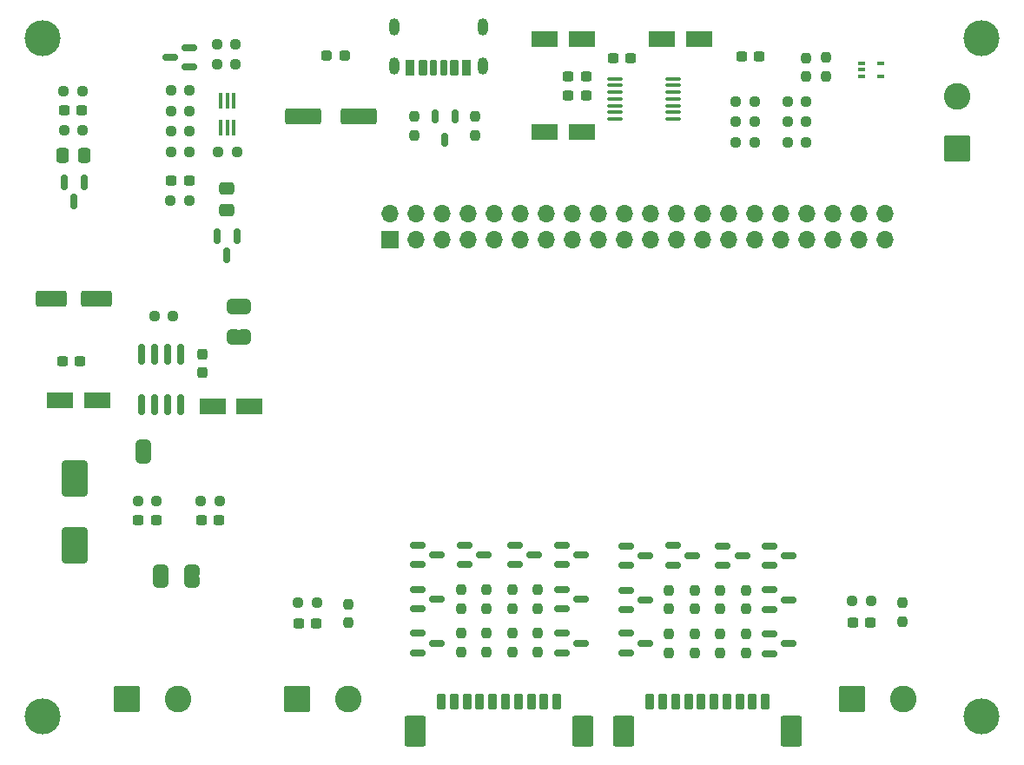
<source format=gbr>
%TF.GenerationSoftware,KiCad,Pcbnew,9.0.0*%
%TF.CreationDate,2025-03-09T23:13:35+01:00*%
%TF.ProjectId,hotline,686f746c-696e-4652-9e6b-696361645f70,rev?*%
%TF.SameCoordinates,Original*%
%TF.FileFunction,Soldermask,Top*%
%TF.FilePolarity,Negative*%
%FSLAX46Y46*%
G04 Gerber Fmt 4.6, Leading zero omitted, Abs format (unit mm)*
G04 Created by KiCad (PCBNEW 9.0.0) date 2025-03-09 23:13:35*
%MOMM*%
%LPD*%
G01*
G04 APERTURE LIST*
G04 Aperture macros list*
%AMRoundRect*
0 Rectangle with rounded corners*
0 $1 Rounding radius*
0 $2 $3 $4 $5 $6 $7 $8 $9 X,Y pos of 4 corners*
0 Add a 4 corners polygon primitive as box body*
4,1,4,$2,$3,$4,$5,$6,$7,$8,$9,$2,$3,0*
0 Add four circle primitives for the rounded corners*
1,1,$1+$1,$2,$3*
1,1,$1+$1,$4,$5*
1,1,$1+$1,$6,$7*
1,1,$1+$1,$8,$9*
0 Add four rect primitives between the rounded corners*
20,1,$1+$1,$2,$3,$4,$5,0*
20,1,$1+$1,$4,$5,$6,$7,0*
20,1,$1+$1,$6,$7,$8,$9,0*
20,1,$1+$1,$8,$9,$2,$3,0*%
%AMFreePoly0*
4,1,23,0.500000,-0.750000,0.000000,-0.750000,0.000000,-0.745722,-0.065263,-0.745722,-0.191342,-0.711940,-0.304381,-0.646677,-0.396677,-0.554381,-0.461940,-0.441342,-0.495722,-0.315263,-0.495722,-0.250000,-0.500000,-0.250000,-0.500000,0.250000,-0.495722,0.250000,-0.495722,0.315263,-0.461940,0.441342,-0.396677,0.554381,-0.304381,0.646677,-0.191342,0.711940,-0.065263,0.745722,0.000000,0.745722,
0.000000,0.750000,0.500000,0.750000,0.500000,-0.750000,0.500000,-0.750000,$1*%
%AMFreePoly1*
4,1,23,0.000000,0.745722,0.065263,0.745722,0.191342,0.711940,0.304381,0.646677,0.396677,0.554381,0.461940,0.441342,0.495722,0.315263,0.495722,0.250000,0.500000,0.250000,0.500000,-0.250000,0.495722,-0.250000,0.495722,-0.315263,0.461940,-0.441342,0.396677,-0.554381,0.304381,-0.646677,0.191342,-0.711940,0.065263,-0.745722,0.000000,-0.745722,0.000000,-0.750000,-0.500000,-0.750000,
-0.500000,0.750000,0.000000,0.750000,0.000000,0.745722,0.000000,0.745722,$1*%
G04 Aperture macros list end*
%ADD10RoundRect,0.237500X-0.237500X0.250000X-0.237500X-0.250000X0.237500X-0.250000X0.237500X0.250000X0*%
%ADD11RoundRect,0.237500X-0.250000X-0.237500X0.250000X-0.237500X0.250000X0.237500X-0.250000X0.237500X0*%
%ADD12C,3.500000*%
%ADD13RoundRect,0.175000X0.175000X0.625000X-0.175000X0.625000X-0.175000X-0.625000X0.175000X-0.625000X0*%
%ADD14RoundRect,0.200000X0.200000X0.600000X-0.200000X0.600000X-0.200000X-0.600000X0.200000X-0.600000X0*%
%ADD15RoundRect,0.225000X0.225000X0.575000X-0.225000X0.575000X-0.225000X-0.575000X0.225000X-0.575000X0*%
%ADD16O,1.000000X1.700000*%
%ADD17RoundRect,0.150000X-0.587500X-0.150000X0.587500X-0.150000X0.587500X0.150000X-0.587500X0.150000X0*%
%ADD18RoundRect,0.237500X0.300000X0.237500X-0.300000X0.237500X-0.300000X-0.237500X0.300000X-0.237500X0*%
%ADD19RoundRect,0.237500X0.237500X-0.300000X0.237500X0.300000X-0.237500X0.300000X-0.237500X-0.300000X0*%
%ADD20RoundRect,0.250000X1.050000X0.550000X-1.050000X0.550000X-1.050000X-0.550000X1.050000X-0.550000X0*%
%ADD21RoundRect,0.237500X0.237500X-0.250000X0.237500X0.250000X-0.237500X0.250000X-0.237500X-0.250000X0*%
%ADD22FreePoly0,270.000000*%
%ADD23FreePoly1,270.000000*%
%ADD24RoundRect,0.237500X-0.300000X-0.237500X0.300000X-0.237500X0.300000X0.237500X-0.300000X0.237500X0*%
%ADD25RoundRect,0.250000X-1.050000X-1.050000X1.050000X-1.050000X1.050000X1.050000X-1.050000X1.050000X0*%
%ADD26C,2.600000*%
%ADD27RoundRect,0.237500X0.250000X0.237500X-0.250000X0.237500X-0.250000X-0.237500X0.250000X-0.237500X0*%
%ADD28FreePoly0,0.000000*%
%ADD29FreePoly1,0.000000*%
%ADD30RoundRect,0.250000X1.250000X0.550000X-1.250000X0.550000X-1.250000X-0.550000X1.250000X-0.550000X0*%
%ADD31FreePoly0,90.000000*%
%ADD32FreePoly1,90.000000*%
%ADD33RoundRect,0.250000X-1.050000X-0.550000X1.050000X-0.550000X1.050000X0.550000X-1.050000X0.550000X0*%
%ADD34RoundRect,0.100000X-0.100000X0.650000X-0.100000X-0.650000X0.100000X-0.650000X0.100000X0.650000X0*%
%ADD35RoundRect,0.250000X1.500000X0.550000X-1.500000X0.550000X-1.500000X-0.550000X1.500000X-0.550000X0*%
%ADD36RoundRect,0.150000X-0.150000X0.587500X-0.150000X-0.587500X0.150000X-0.587500X0.150000X0.587500X0*%
%ADD37R,1.700000X1.700000*%
%ADD38O,1.700000X1.700000*%
%ADD39RoundRect,0.250000X-0.475000X0.337500X-0.475000X-0.337500X0.475000X-0.337500X0.475000X0.337500X0*%
%ADD40RoundRect,0.100000X-0.225000X-0.100000X0.225000X-0.100000X0.225000X0.100000X-0.225000X0.100000X0*%
%ADD41RoundRect,0.150000X-0.150000X0.512500X-0.150000X-0.512500X0.150000X-0.512500X0.150000X0.512500X0*%
%ADD42RoundRect,0.250000X0.337500X0.475000X-0.337500X0.475000X-0.337500X-0.475000X0.337500X-0.475000X0*%
%ADD43RoundRect,0.200000X-0.200000X-0.600000X0.200000X-0.600000X0.200000X0.600000X-0.200000X0.600000X0*%
%ADD44RoundRect,0.250001X-0.799999X-1.249999X0.799999X-1.249999X0.799999X1.249999X-0.799999X1.249999X0*%
%ADD45RoundRect,0.150000X0.150000X-0.825000X0.150000X0.825000X-0.150000X0.825000X-0.150000X-0.825000X0*%
%ADD46RoundRect,0.250000X1.050000X-1.050000X1.050000X1.050000X-1.050000X1.050000X-1.050000X-1.050000X0*%
%ADD47RoundRect,0.237500X0.287500X0.237500X-0.287500X0.237500X-0.287500X-0.237500X0.287500X-0.237500X0*%
%ADD48RoundRect,0.250000X-1.000000X1.500000X-1.000000X-1.500000X1.000000X-1.500000X1.000000X1.500000X0*%
%ADD49RoundRect,0.100000X-0.637500X-0.100000X0.637500X-0.100000X0.637500X0.100000X-0.637500X0.100000X0*%
%ADD50RoundRect,0.150000X0.587500X0.150000X-0.587500X0.150000X-0.587500X-0.150000X0.587500X-0.150000X0*%
G04 APERTURE END LIST*
%TO.C,JP4*%
G36*
X109550000Y-122000000D02*
G01*
X108050000Y-122000000D01*
X108050000Y-122300000D01*
X109550000Y-122300000D01*
X109550000Y-122000000D01*
G37*
%TO.C,JP2*%
G36*
X113250000Y-95100000D02*
G01*
X113550000Y-95100000D01*
X113550000Y-96600000D01*
X113250000Y-96600000D01*
X113250000Y-95100000D01*
G37*
%TO.C,JP3*%
G36*
X103350000Y-110150000D02*
G01*
X104850000Y-110150000D01*
X104850000Y-109850000D01*
X103350000Y-109850000D01*
X103350000Y-110150000D01*
G37*
%TO.C,JP5*%
G36*
X105050000Y-122300000D02*
G01*
X106550000Y-122300000D01*
X106550000Y-122000000D01*
X105050000Y-122000000D01*
X105050000Y-122300000D01*
G37*
%TO.C,JP1*%
G36*
X113250000Y-98100000D02*
G01*
X113550000Y-98100000D01*
X113550000Y-99600000D01*
X113250000Y-99600000D01*
X113250000Y-98100000D01*
G37*
%TD*%
D10*
%TO.C,R2*%
X136450000Y-77337500D03*
X136450000Y-79162500D03*
%TD*%
D11*
%TO.C,R6*%
X161875000Y-79850000D03*
X163700000Y-79850000D03*
%TD*%
D12*
%TO.C,H4*%
X185800000Y-135800000D03*
%TD*%
D13*
%TO.C,J1*%
X133350000Y-72540000D03*
D14*
X131330000Y-72540000D03*
D15*
X130100000Y-72540000D03*
D13*
X132350000Y-72540000D03*
D14*
X134370000Y-72540000D03*
D15*
X135600000Y-72540000D03*
D16*
X137170000Y-72360000D03*
X137170000Y-68560000D03*
X128530000Y-72360000D03*
X128530000Y-68560000D03*
%TD*%
D17*
%TO.C,Q13*%
X135412500Y-119125000D03*
X135412500Y-121025000D03*
X137287500Y-120075000D03*
%TD*%
D18*
%TO.C,C21*%
X98110000Y-76747500D03*
X96385000Y-76747500D03*
%TD*%
D19*
%TO.C,C16*%
X109880000Y-102262500D03*
X109880000Y-100537500D03*
%TD*%
D20*
%TO.C,C8*%
X146825000Y-78800000D03*
X143225000Y-78800000D03*
%TD*%
D21*
%TO.C,R35*%
X137550000Y-129537500D03*
X137550000Y-127712500D03*
%TD*%
D17*
%TO.C,Q1*%
X160600000Y-119175000D03*
X160600000Y-121075000D03*
X162475000Y-120125000D03*
%TD*%
D22*
%TO.C,JP4*%
X108800000Y-121500000D03*
D23*
X108800000Y-122800000D03*
%TD*%
D24*
%TO.C,C9*%
X173250000Y-126637500D03*
X174975000Y-126637500D03*
%TD*%
D25*
%TO.C,SW1*%
X119100000Y-134117500D03*
D26*
X124100000Y-134117500D03*
%TD*%
D21*
%TO.C,R30*%
X162850000Y-129600000D03*
X162850000Y-127775000D03*
%TD*%
D24*
%TO.C,C10*%
X162387500Y-71450000D03*
X164112500Y-71450000D03*
%TD*%
D25*
%TO.C,SW2*%
X173150000Y-134117500D03*
D26*
X178150000Y-134117500D03*
%TD*%
D12*
%TO.C,H3*%
X94250000Y-135800000D03*
%TD*%
D11*
%TO.C,R14*%
X111275000Y-70275000D03*
X113100000Y-70275000D03*
%TD*%
D27*
%TO.C,R22*%
X98180000Y-78692500D03*
X96355000Y-78692500D03*
%TD*%
D12*
%TO.C,H2*%
X94250000Y-69650000D03*
%TD*%
D21*
%TO.C,R36*%
X140050000Y-129537500D03*
X140050000Y-127712500D03*
%TD*%
%TO.C,R8*%
X178050000Y-126550000D03*
X178050000Y-124725000D03*
%TD*%
D11*
%TO.C,R19*%
X109687500Y-114850000D03*
X111512500Y-114850000D03*
%TD*%
D21*
%TO.C,R29*%
X162850000Y-125350000D03*
X162850000Y-123525000D03*
%TD*%
%TO.C,R27*%
X157850000Y-129600000D03*
X157850000Y-127775000D03*
%TD*%
D28*
%TO.C,JP2*%
X112750000Y-95850000D03*
D29*
X114050000Y-95850000D03*
%TD*%
D17*
%TO.C,Q14*%
X144862500Y-119125000D03*
X144862500Y-121025000D03*
X146737500Y-120075000D03*
%TD*%
D21*
%TO.C,R33*%
X135050000Y-125287500D03*
X135050000Y-123462500D03*
%TD*%
D27*
%TO.C,R41*%
X108612500Y-78770000D03*
X106787500Y-78770000D03*
%TD*%
D30*
%TO.C,C13*%
X99500000Y-95050000D03*
X95100000Y-95050000D03*
%TD*%
D24*
%TO.C,C20*%
X103625000Y-116700000D03*
X105350000Y-116700000D03*
%TD*%
D18*
%TO.C,C4*%
X151587500Y-71600000D03*
X149862500Y-71600000D03*
%TD*%
%TO.C,C19*%
X111462500Y-116700000D03*
X109737500Y-116700000D03*
%TD*%
D31*
%TO.C,JP3*%
X104100000Y-110650000D03*
D32*
X104100000Y-109350000D03*
%TD*%
D33*
%TO.C,C2*%
X154675000Y-69750000D03*
X158275000Y-69750000D03*
%TD*%
D34*
%TO.C,U3*%
X112925000Y-75750000D03*
X112275000Y-75750000D03*
X111625000Y-75750000D03*
X111625000Y-78410000D03*
X112275000Y-78410000D03*
X112925000Y-78410000D03*
%TD*%
D11*
%TO.C,R7*%
X166875000Y-79850000D03*
X168700000Y-79850000D03*
%TD*%
D21*
%TO.C,R13*%
X170675000Y-73412500D03*
X170675000Y-71587500D03*
%TD*%
%TO.C,R24*%
X155350000Y-129600000D03*
X155350000Y-127775000D03*
%TD*%
D27*
%TO.C,R3*%
X121025000Y-124737500D03*
X119200000Y-124737500D03*
%TD*%
D21*
%TO.C,R23*%
X160350000Y-125350000D03*
X160350000Y-123525000D03*
%TD*%
D35*
%TO.C,C1*%
X125100000Y-77300000D03*
X119700000Y-77300000D03*
%TD*%
D36*
%TO.C,D4*%
X98300000Y-83725000D03*
X96400000Y-83725000D03*
X97350000Y-85600000D03*
%TD*%
D17*
%TO.C,Q10*%
X130862500Y-127725000D03*
X130862500Y-129625000D03*
X132737500Y-128675000D03*
%TD*%
D24*
%TO.C,C7*%
X119250000Y-126787500D03*
X120975000Y-126787500D03*
%TD*%
D27*
%TO.C,R17*%
X113212500Y-80775000D03*
X111387500Y-80775000D03*
%TD*%
D17*
%TO.C,Q4*%
X151162500Y-119175000D03*
X151162500Y-121075000D03*
X153037500Y-120125000D03*
%TD*%
D18*
%TO.C,C14*%
X108562500Y-83575000D03*
X106837500Y-83575000D03*
%TD*%
D27*
%TO.C,R5*%
X175025000Y-124587500D03*
X173200000Y-124587500D03*
%TD*%
D31*
%TO.C,JP5*%
X105800000Y-122800000D03*
D32*
X105800000Y-121500000D03*
%TD*%
D17*
%TO.C,Q16*%
X144862500Y-127725000D03*
X144862500Y-129625000D03*
X146737500Y-128675000D03*
%TD*%
D18*
%TO.C,C5*%
X147237500Y-73400000D03*
X145512500Y-73400000D03*
%TD*%
D27*
%TO.C,R20*%
X105400000Y-114850000D03*
X103575000Y-114850000D03*
%TD*%
D11*
%TO.C,R10*%
X166875000Y-77850000D03*
X168700000Y-77850000D03*
%TD*%
D37*
%TO.C,J2*%
X128160000Y-89350000D03*
D38*
X128160000Y-86810000D03*
X130700000Y-89350000D03*
X130700000Y-86810000D03*
X133240000Y-89350000D03*
X133240000Y-86810000D03*
X135780000Y-89350000D03*
X135780000Y-86810000D03*
X138320000Y-89350000D03*
X138320000Y-86810000D03*
X140860000Y-89350000D03*
X140860000Y-86810000D03*
X143400000Y-89350000D03*
X143400000Y-86810000D03*
X145940000Y-89350000D03*
X145940000Y-86810000D03*
X148480000Y-89350000D03*
X148480000Y-86810000D03*
X151020000Y-89350000D03*
X151020000Y-86810000D03*
X153560000Y-89350000D03*
X153560000Y-86810000D03*
X156100000Y-89350000D03*
X156100000Y-86810000D03*
X158640000Y-89350000D03*
X158640000Y-86810000D03*
X161180000Y-89350000D03*
X161180000Y-86810000D03*
X163720000Y-89350000D03*
X163720000Y-86810000D03*
X166260000Y-89350000D03*
X166260000Y-86810000D03*
X168800000Y-89350000D03*
X168800000Y-86810000D03*
X171340000Y-89350000D03*
X171340000Y-86810000D03*
X173880000Y-89350000D03*
X173880000Y-86810000D03*
X176420000Y-89350000D03*
X176420000Y-86810000D03*
%TD*%
D12*
%TO.C,H1*%
X185800000Y-69650000D03*
%TD*%
D21*
%TO.C,R4*%
X124050000Y-126700000D03*
X124050000Y-124875000D03*
%TD*%
D36*
%TO.C,D3*%
X113200000Y-88987500D03*
X111300000Y-88987500D03*
X112250000Y-90862500D03*
%TD*%
D39*
%TO.C,C15*%
X112250000Y-84337500D03*
X112250000Y-86412500D03*
%TD*%
D27*
%TO.C,R40*%
X108612500Y-80780000D03*
X106787500Y-80780000D03*
%TD*%
D40*
%TO.C,U2*%
X174100000Y-72100000D03*
X174100000Y-72750000D03*
X174100000Y-73400000D03*
X176000000Y-73400000D03*
X176000000Y-72100000D03*
%TD*%
D11*
%TO.C,R21*%
X96305000Y-74852500D03*
X98130000Y-74852500D03*
%TD*%
D17*
%TO.C,Q8*%
X165162500Y-127775000D03*
X165162500Y-129675000D03*
X167037500Y-128725000D03*
%TD*%
D21*
%TO.C,R28*%
X160350000Y-129600000D03*
X160350000Y-127775000D03*
%TD*%
D17*
%TO.C,Q6*%
X165162500Y-119175000D03*
X165162500Y-121075000D03*
X167037500Y-120125000D03*
%TD*%
D41*
%TO.C,D2*%
X134450000Y-77325000D03*
X132550000Y-77325000D03*
X133500000Y-79600000D03*
%TD*%
D28*
%TO.C,JP1*%
X112750000Y-98850000D03*
D29*
X114050000Y-98850000D03*
%TD*%
D27*
%TO.C,R42*%
X108612500Y-76760000D03*
X106787500Y-76760000D03*
%TD*%
D21*
%TO.C,R34*%
X137550000Y-125287500D03*
X137550000Y-123462500D03*
%TD*%
D11*
%TO.C,R12*%
X166875000Y-75850000D03*
X168700000Y-75850000D03*
%TD*%
D27*
%TO.C,R18*%
X108575000Y-85525000D03*
X106750000Y-85525000D03*
%TD*%
D42*
%TO.C,C22*%
X98325000Y-81142500D03*
X96250000Y-81142500D03*
%TD*%
D43*
%TO.C,J3*%
X153475000Y-134375000D03*
X154725000Y-134375000D03*
X155975000Y-134375000D03*
X157225000Y-134375000D03*
X158475000Y-134375000D03*
X159725000Y-134375000D03*
X160975000Y-134375000D03*
X162225000Y-134375000D03*
X163475000Y-134375000D03*
X164725000Y-134375000D03*
D44*
X150925000Y-137275000D03*
X167275000Y-137275000D03*
%TD*%
D21*
%TO.C,R37*%
X142550000Y-125287500D03*
X142550000Y-123462500D03*
%TD*%
D25*
%TO.C,LS1*%
X102500000Y-134117500D03*
D26*
X107500000Y-134117500D03*
%TD*%
D45*
%TO.C,U5*%
X103925000Y-105415000D03*
X105195000Y-105415000D03*
X106465000Y-105415000D03*
X107735000Y-105415000D03*
X107735000Y-100465000D03*
X106465000Y-100465000D03*
X105195000Y-100465000D03*
X103925000Y-100465000D03*
%TD*%
D43*
%TO.C,J4*%
X133150000Y-134375000D03*
X134400000Y-134375000D03*
X135650000Y-134375000D03*
X136900000Y-134375000D03*
X138150000Y-134375000D03*
X139400000Y-134375000D03*
X140650000Y-134375000D03*
X141900000Y-134375000D03*
X143150000Y-134375000D03*
X144400000Y-134375000D03*
D44*
X130600000Y-137275000D03*
X146950000Y-137275000D03*
%TD*%
D21*
%TO.C,R38*%
X142550000Y-129537500D03*
X142550000Y-127712500D03*
%TD*%
D17*
%TO.C,Q3*%
X151162500Y-123525000D03*
X151162500Y-125425000D03*
X153037500Y-124475000D03*
%TD*%
D21*
%TO.C,R25*%
X155350000Y-125350000D03*
X155350000Y-123525000D03*
%TD*%
D17*
%TO.C,Q7*%
X165162500Y-123475000D03*
X165162500Y-125375000D03*
X167037500Y-124425000D03*
%TD*%
%TO.C,Q5*%
X155712500Y-119162500D03*
X155712500Y-121062500D03*
X157587500Y-120112500D03*
%TD*%
D46*
%TO.C,MK1*%
X183417500Y-80400000D03*
D26*
X183417500Y-75400000D03*
%TD*%
D17*
%TO.C,Q12*%
X130862500Y-119125000D03*
X130862500Y-121025000D03*
X132737500Y-120075000D03*
%TD*%
%TO.C,Q15*%
X144862500Y-123425000D03*
X144862500Y-125325000D03*
X146737500Y-124375000D03*
%TD*%
D21*
%TO.C,R26*%
X157850000Y-125350000D03*
X157850000Y-123525000D03*
%TD*%
D33*
%TO.C,C17*%
X110830000Y-105550000D03*
X114430000Y-105550000D03*
%TD*%
D20*
%TO.C,C3*%
X146825000Y-69800000D03*
X143225000Y-69800000D03*
%TD*%
D17*
%TO.C,Q2*%
X151162500Y-127725000D03*
X151162500Y-129625000D03*
X153037500Y-128675000D03*
%TD*%
D20*
%TO.C,C11*%
X99600000Y-104950000D03*
X96000000Y-104950000D03*
%TD*%
D21*
%TO.C,R32*%
X135050000Y-129537500D03*
X135050000Y-127712500D03*
%TD*%
D17*
%TO.C,Q11*%
X130862500Y-123425000D03*
X130862500Y-125325000D03*
X132737500Y-124375000D03*
%TD*%
D27*
%TO.C,R43*%
X108612500Y-74750000D03*
X106787500Y-74750000D03*
%TD*%
D10*
%TO.C,R39*%
X168700000Y-71600000D03*
X168700000Y-73425000D03*
%TD*%
D11*
%TO.C,R11*%
X161875000Y-75850000D03*
X163700000Y-75850000D03*
%TD*%
%TO.C,R9*%
X161875000Y-77850000D03*
X163700000Y-77850000D03*
%TD*%
D17*
%TO.C,Q9*%
X140312500Y-119125000D03*
X140312500Y-121025000D03*
X142187500Y-120075000D03*
%TD*%
D10*
%TO.C,R1*%
X130550000Y-77337500D03*
X130550000Y-79162500D03*
%TD*%
D27*
%TO.C,R15*%
X113100000Y-72225000D03*
X111275000Y-72225000D03*
%TD*%
D47*
%TO.C,D1*%
X123700000Y-71350000D03*
X121950000Y-71350000D03*
%TD*%
D18*
%TO.C,C6*%
X147237500Y-75250000D03*
X145512500Y-75250000D03*
%TD*%
D27*
%TO.C,R16*%
X107002500Y-96820000D03*
X105177500Y-96820000D03*
%TD*%
D48*
%TO.C,C18*%
X97400000Y-112650000D03*
X97400000Y-119150000D03*
%TD*%
D49*
%TO.C,U1*%
X150025000Y-73650000D03*
X150025000Y-74300000D03*
X150025000Y-74950000D03*
X150025000Y-75600000D03*
X150025000Y-76250000D03*
X150025000Y-76900000D03*
X150025000Y-77550000D03*
X155750000Y-77550000D03*
X155750000Y-76900000D03*
X155750000Y-76250000D03*
X155750000Y-75600000D03*
X155750000Y-74950000D03*
X155750000Y-74300000D03*
X155750000Y-73650000D03*
%TD*%
D50*
%TO.C,U4*%
X108587500Y-72500000D03*
X108587500Y-70600000D03*
X106712500Y-71550000D03*
%TD*%
D24*
%TO.C,C12*%
X96197500Y-101190000D03*
X97922500Y-101190000D03*
%TD*%
D21*
%TO.C,R31*%
X140050000Y-125287500D03*
X140050000Y-123462500D03*
%TD*%
M02*

</source>
